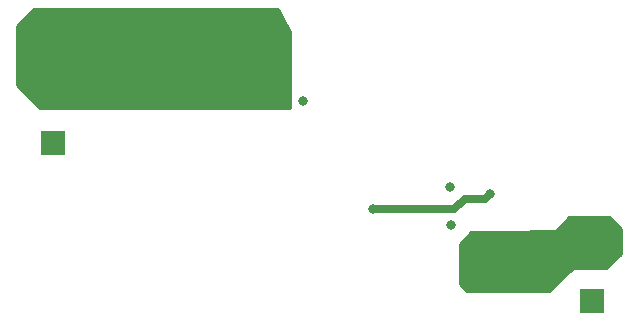
<source format=gbr>
G04 #@! TF.GenerationSoftware,KiCad,Pcbnew,(5.1.4-0)*
G04 #@! TF.CreationDate,2020-02-24T15:27:03-08:00*
G04 #@! TF.ProjectId,SPV1040,53505631-3034-4302-9e6b-696361645f70,rev?*
G04 #@! TF.SameCoordinates,Original*
G04 #@! TF.FileFunction,Copper,L2,Bot*
G04 #@! TF.FilePolarity,Positive*
%FSLAX46Y46*%
G04 Gerber Fmt 4.6, Leading zero omitted, Abs format (unit mm)*
G04 Created by KiCad (PCBNEW (5.1.4-0)) date 2020-02-24 15:27:03*
%MOMM*%
%LPD*%
G04 APERTURE LIST*
%ADD10R,2.100000X2.100000*%
%ADD11C,2.100000*%
%ADD12C,0.800000*%
%ADD13C,0.635000*%
%ADD14C,0.254000*%
G04 APERTURE END LIST*
D10*
X49966880Y-56631840D03*
D11*
X49966880Y-51551840D03*
D10*
X95567500Y-70027800D03*
D11*
X95567500Y-64947800D03*
D12*
X83527900Y-60388500D03*
X83677760Y-63596520D03*
X71120000Y-53086000D03*
X86898480Y-60990480D03*
X77028040Y-62275720D03*
X50800000Y-47244000D03*
X57404000Y-47244000D03*
X64008000Y-47244000D03*
X87998300Y-66700400D03*
X90754200Y-66827400D03*
D13*
X86498481Y-61390479D02*
X84801761Y-61390479D01*
X86898480Y-60990480D02*
X86498481Y-61390479D01*
X84801761Y-61390479D02*
X83916520Y-62275720D01*
X83916520Y-62275720D02*
X77028040Y-62275720D01*
D14*
G36*
X97992490Y-63908206D02*
G01*
X97992490Y-66012794D01*
X96746084Y-67259200D01*
X93979290Y-67259200D01*
X93954514Y-67261640D01*
X93930689Y-67268867D01*
X93908733Y-67280603D01*
X93889487Y-67296397D01*
X91970884Y-69215000D01*
X85014896Y-69215000D01*
X84378090Y-68578194D01*
X84378090Y-65165506D01*
X85358515Y-64185081D01*
X88087698Y-64147695D01*
X92417935Y-64122298D01*
X92442697Y-64119712D01*
X92466478Y-64112346D01*
X92488366Y-64100481D01*
X92506993Y-64085103D01*
X93638196Y-62953900D01*
X97038184Y-62953900D01*
X97992490Y-63908206D01*
X97992490Y-63908206D01*
G37*
X97992490Y-63908206D02*
X97992490Y-66012794D01*
X96746084Y-67259200D01*
X93979290Y-67259200D01*
X93954514Y-67261640D01*
X93930689Y-67268867D01*
X93908733Y-67280603D01*
X93889487Y-67296397D01*
X91970884Y-69215000D01*
X85014896Y-69215000D01*
X84378090Y-68578194D01*
X84378090Y-65165506D01*
X85358515Y-64185081D01*
X88087698Y-64147695D01*
X92417935Y-64122298D01*
X92442697Y-64119712D01*
X92466478Y-64112346D01*
X92488366Y-64100481D01*
X92506993Y-64085103D01*
X93638196Y-62953900D01*
X97038184Y-62953900D01*
X97992490Y-63908206D01*
G36*
X69977000Y-47273980D02*
G01*
X69977000Y-53721000D01*
X48820606Y-53721000D01*
X46863000Y-51763394D01*
X46863000Y-46788606D01*
X48312606Y-45339000D01*
X69009510Y-45339000D01*
X69977000Y-47273980D01*
X69977000Y-47273980D01*
G37*
X69977000Y-47273980D02*
X69977000Y-53721000D01*
X48820606Y-53721000D01*
X46863000Y-51763394D01*
X46863000Y-46788606D01*
X48312606Y-45339000D01*
X69009510Y-45339000D01*
X69977000Y-47273980D01*
M02*

</source>
